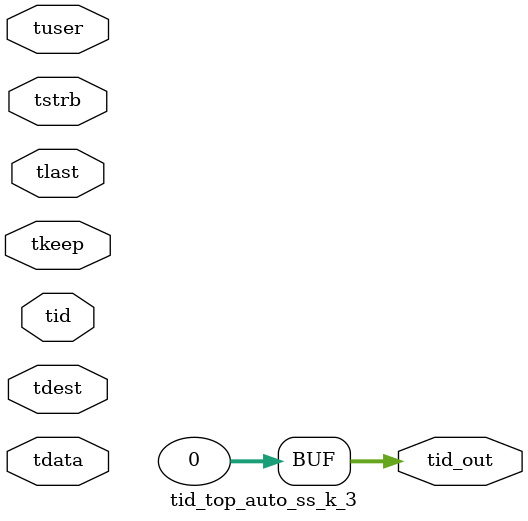
<source format=v>


`timescale 1ps/1ps

module tid_top_auto_ss_k_3 #
(
parameter C_S_AXIS_TID_WIDTH   = 1,
parameter C_S_AXIS_TUSER_WIDTH = 0,
parameter C_S_AXIS_TDATA_WIDTH = 0,
parameter C_S_AXIS_TDEST_WIDTH = 0,
parameter C_M_AXIS_TID_WIDTH   = 32
)
(
input  [(C_S_AXIS_TID_WIDTH   == 0 ? 1 : C_S_AXIS_TID_WIDTH)-1:0       ] tid,
input  [(C_S_AXIS_TDATA_WIDTH == 0 ? 1 : C_S_AXIS_TDATA_WIDTH)-1:0     ] tdata,
input  [(C_S_AXIS_TUSER_WIDTH == 0 ? 1 : C_S_AXIS_TUSER_WIDTH)-1:0     ] tuser,
input  [(C_S_AXIS_TDEST_WIDTH == 0 ? 1 : C_S_AXIS_TDEST_WIDTH)-1:0     ] tdest,
input  [(C_S_AXIS_TDATA_WIDTH/8)-1:0 ] tkeep,
input  [(C_S_AXIS_TDATA_WIDTH/8)-1:0 ] tstrb,
input                                                                    tlast,
output [(C_M_AXIS_TID_WIDTH   == 0 ? 1 : C_M_AXIS_TID_WIDTH)-1:0       ] tid_out
);

assign tid_out = {1'b0};

endmodule


</source>
